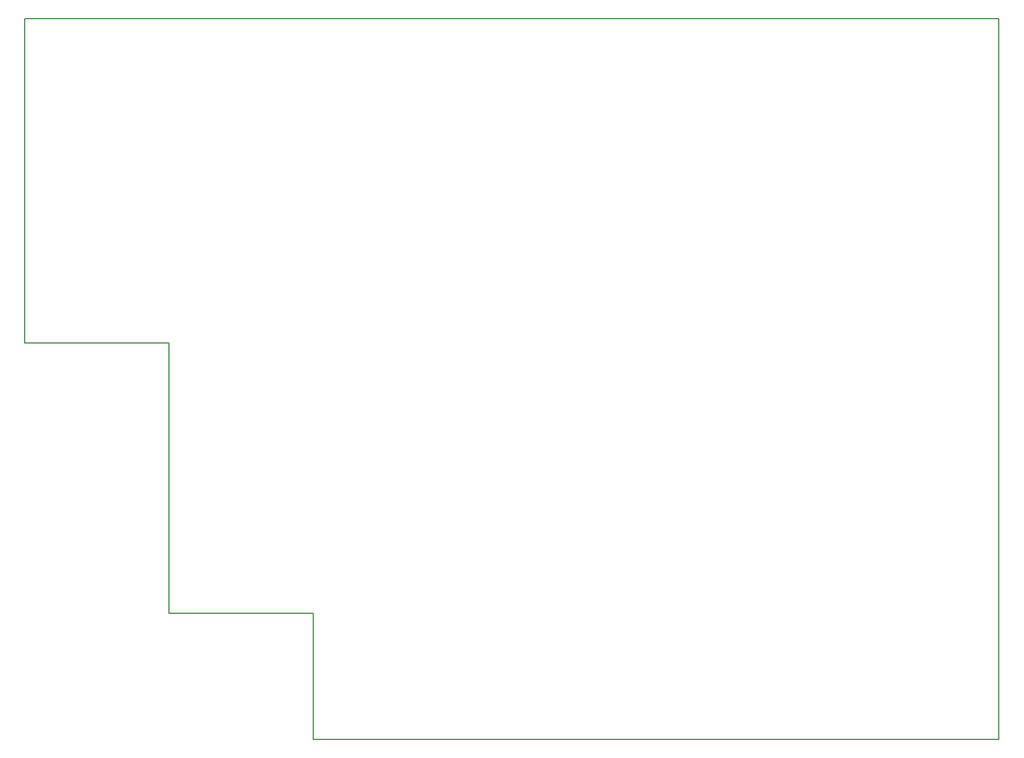
<source format=gbo>
G04 #@! TF.FileFunction,Legend,Bot*
%FSLAX46Y46*%
G04 Gerber Fmt 4.6, Leading zero omitted, Abs format (unit mm)*
G04 Created by KiCad (PCBNEW 4.0.2-stable) date 4/12/2016 5:16:18 AM*
%MOMM*%
G01*
G04 APERTURE LIST*
%ADD10C,2.000000*%
%ADD11C,0.150000*%
G04 APERTURE END LIST*
D10*
D11*
X93980000Y-139700000D02*
X93980000Y-157480000D01*
X73660000Y-139700000D02*
X93980000Y-139700000D01*
X93980000Y-157480000D02*
X190500000Y-157480000D01*
X190500000Y-55880000D02*
X190500000Y-157480000D01*
X53340000Y-55880000D02*
X190500000Y-55880000D01*
X53340000Y-101600000D02*
X53340000Y-55880000D01*
X73660000Y-139700000D02*
X73660000Y-101600000D01*
X53340000Y-101600000D02*
X73660000Y-101600000D01*
M02*

</source>
